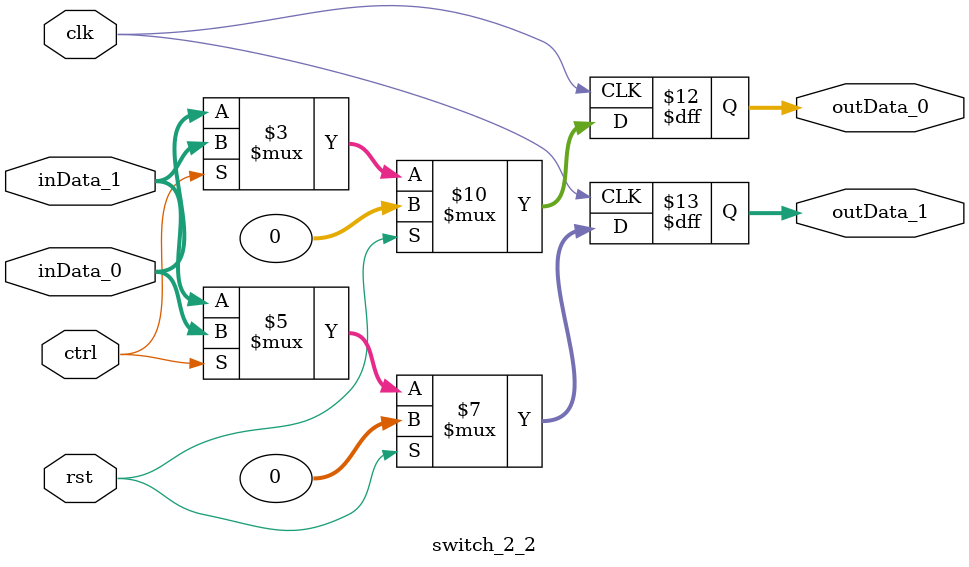
<source format=sv>
module switch_2_2 #(
    parameter DATA_WIDTH = 32
  ) (
    inData_0,
    inData_1,
    outData_0,
    outData_1,
    ctrl,
    clk,
    rst
  );

  input ctrl, clk, rst;
  input         [DATA_WIDTH-1:0] inData_0, inData_1;
  output logic  [DATA_WIDTH-1:0] outData_0, outData_1;

  always_ff @ (posedge clk) begin
    if (rst) begin
      outData_0 <= 0;
      outData_1 <= 0;
    end else begin
      outData_0 <= (!ctrl) ? inData_0 : inData_1;
      outData_1 <= (!ctrl) ? inData_1 : inData_0;
    end
  end

endmodule

</source>
